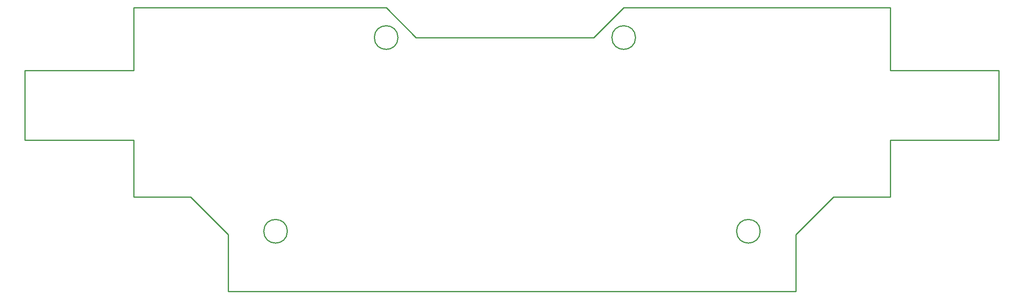
<source format=gbr>
G04 #@! TF.GenerationSoftware,KiCad,Pcbnew,(5.1.5-0-10_14)*
G04 #@! TF.CreationDate,2020-05-14T18:36:20+02:00*
G04 #@! TF.ProjectId,endstop,656e6473-746f-4702-9e6b-696361645f70,rev?*
G04 #@! TF.SameCoordinates,Original*
G04 #@! TF.FileFunction,Profile,NP*
%FSLAX46Y46*%
G04 Gerber Fmt 4.6, Leading zero omitted, Abs format (unit mm)*
G04 Created by KiCad (PCBNEW (5.1.5-0-10_14)) date 2020-05-14 18:36:20*
%MOMM*%
%LPD*%
G04 APERTURE LIST*
%ADD10C,0.250000*%
G04 APERTURE END LIST*
D10*
X232000000Y-30700000D02*
X232000000Y-44000000D01*
X175629999Y-30700000D02*
X232000000Y-30700000D01*
X72000000Y-30700000D02*
X72000000Y-44000000D01*
X72000000Y-30700000D02*
X125389999Y-30699999D01*
X72000000Y-70700000D02*
X72000000Y-70700000D01*
X72000000Y-58700000D02*
X72000000Y-70700000D01*
X49000000Y-58700000D02*
X72000000Y-58700000D01*
X49000000Y-44000000D02*
X49000000Y-58700000D01*
X72000000Y-44000000D02*
X49000000Y-44000000D01*
X232000000Y-70700000D02*
X232000000Y-70700000D01*
X232000000Y-70700000D02*
X232000000Y-70700000D01*
X232000000Y-58700000D02*
X232000000Y-70700000D01*
X255000000Y-58700000D02*
X232000000Y-58700000D01*
X255000000Y-44000000D02*
X255000000Y-58700000D01*
X232000000Y-44000000D02*
X255000000Y-44000000D01*
X169299999Y-37030000D02*
X175630000Y-30700000D01*
X125390000Y-30700000D02*
X131720000Y-37030000D01*
X131720000Y-37030000D02*
X169299999Y-37030000D01*
X84000000Y-70700000D02*
X92000000Y-78700000D01*
X212000000Y-78700000D02*
X220000000Y-70700000D01*
X212000000Y-78699999D02*
X212000000Y-90699999D01*
X232000000Y-70700000D02*
X220000000Y-70700000D01*
X92000000Y-78700000D02*
X92000000Y-90699999D01*
X72000000Y-70700000D02*
X84000000Y-70700000D01*
X178130000Y-37030000D02*
G75*
G03X178130000Y-37030000I-2500000J0D01*
G01*
X127889999Y-37030000D02*
G75*
G03X127889999Y-37030000I-2500000J0D01*
G01*
X92000000Y-90699999D02*
X212000000Y-90699999D01*
X104500000Y-78000000D02*
G75*
G03X104500000Y-78000000I-2500000J0D01*
G01*
X204500000Y-78000000D02*
G75*
G03X204500000Y-78000000I-2500000J0D01*
G01*
M02*

</source>
